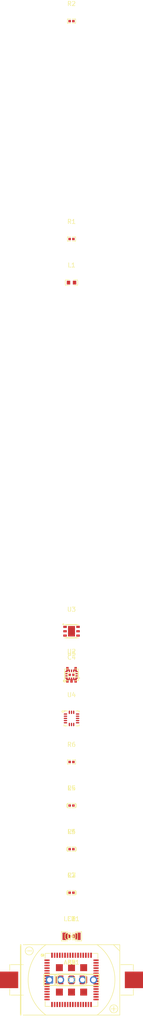
<source format=kicad_pcb>
(kicad_pcb (version 20241229) (generator "atopile") (generator_version "0.12.4")
  (layers (0 "F.Cu" signal) (31 "B.Cu" signal) (34 "B.Paste" user) (35 "F.Paste" user) (36 "B.SilkS" user "B.Silkscreen") (37 "F.SilkS" user "F.Silkscreen") (38 "B.Mask" user) (39 "F.Mask" user) (44 "Edge.Cuts" user))
  (net 0 "")
  (net 1 "PC13")
  (net 2 "PA2_UART2_TX")
  (net 3 "PA3_UART2_RX")
  (net 4 "PC0")
  (net 7 "VLXSMPS")
  (net 8 "PC6")
  (net 9 "PC4")
  (net 11 "PB7_UART1_RX")
  (net 18 "PA4")
  (net 19 "PA5")
  (net 20 "PB9")
  (net 22 "PB15")
  (net 26 "PC1")
  (net 30 "PC5")
  (net 31 "VREFpos")
  (net 32 "VFBSMPS")
  (net 39 "PC3")
  (net 6 "PB1")
  (net 41 "PA10")
  (net 43 "PA7")
  (net 44 "PB13")
  (net 45 "PB10")
  (net 47 "PA6")
  (net 48 "footprint-net-3")
  (net 50 "footprint-net-2")
  (net 51 "PB14")
  (net 52 "VDDMPS")
  (net 53 "PB12")
  (net 56 "PA8")
  (net 58 "PC2")
  (net 59 "PA11")
  (net 60 "PA9")
  (net 61 "PB11")
  (net 62 "BOOT0")
  (net 65 "PA12")
  (net 116 "footprint-net-0")
  (net 15 "Dummy")
  (net 16 "Feed")
  (net 17 "RF_OUT")
  (net 21 "ADDR")
  (net 13 "swclk")
  (net 25 "swdio")
  (net 27 "nrst")
  (net 23 "footprint-net-1")
  (net 28 "A")
  (net 29 "CS_AUX")
  (net 33 "i2c_sda")
  (net 34 "c1-vcc")
  (net 35 "DRDY_INT")
  (net 36 "ADC2")
  (net 37 "EP")
  (net 38 "adc_ntc")
  (net 40 "c5-vcc")
  (net 42 "SCX")
  (net 46 "footprint-net-4")
  (net 49 "SDO_SUX")
  (net 54 "ADC3")
  (net 55 "footprint-CS-0")
  (net 57 "footprint-INT2-0")
  (net 63 "footprint-SDO_SA0-1")
  (net 64 "ADC1")
  (net 67 "SDX")
  (net 68 "i2c_scl")
  (net 69 "vcc_mcu")
  (net 70 "led_status")
  (net 71 "RES")
  (net 72 "INT1")
  (net 73 "footprint-SDO_SA0-0")
  (net 74 "activation")
  (net 75 "vbat")
  (net 76 "gnd")
  (net 77 "footprint-net-5")
  (net 78 "footprint-INT2-1")
  (net 79 "footprint-CS-1")
  (footprint "RAKwireless_RAK3172_SIP_8_SM_NI:LGA-73_L12.0-W12.0-P0.60-TL" (layer "F.Cu") (at 0 0 0)
    (property "Reference" "U1" (at 0 -9.65 0) (layer "F.SilkS") (hide no))
    (property "Value" "")
    (fp_text user "${REFERENCE}" (at 0 -9.65 0) (layer "F.SilkS"))
    (pad "1" smd rect (at -5.65 -4.5 0) (size 1.17 0.37) (layers "F.Cu" "F.Paste" "F.Mask") (net 25 "swdio"))
    (pad "2" smd rect (at -5.65 -3.9 0) (size 1.17 0.37) (layers "F.Cu" "F.Paste" "F.Mask") (net 13 "swclk"))
    (pad "3" smd rect (at -5.65 -3.3 0) (size 1.17 0.37) (layers "F.Cu" "F.Paste" "F.Mask") (net 69 "vcc_mcu"))
    (pad "4" smd rect (at -5.65 -2.7 0) (size 1.17 0.37) (layers "F.Cu" "F.Paste" "F.Mask") (net 75 "vbat"))
    (pad "5" smd rect (at -5.65 -2.1 0) (size 1.17 0.37) (layers "F.Cu" "F.Paste" "F.Mask") (net 1 "PC13"))
    (pad "6" smd rect (at -5.65 -1.5 0) (size 1.17 0.37) (layers "F.Cu" "F.Paste" "F.Mask") (net 31 "VREFpos"))
    (pad "7" smd rect (at -5.65 -0.9 0) (size 1.17 0.37) (layers "F.Cu" "F.Paste" "F.Mask") (net 69 "vcc_mcu"))
    (pad "8" smd rect (at -5.65 -0.3 0) (size 1.17 0.37) (layers "F.Cu" "F.Paste" "F.Mask") (net 68 "i2c_scl"))
    (pad "9" smd rect (at -5.65 0.3 0) (size 1.17 0.37) (layers "F.Cu" "F.Paste" "F.Mask") (net 22 "PB15"))
    (pad "10" smd rect (at -5.65 0.9 0) (size 1.17 0.37) (layers "F.Cu" "F.Paste" "F.Mask") (net 32 "VFBSMPS"))
    (pad "11" smd rect (at -5.65 1.5 0) (size 1.17 0.37) (layers "F.Cu" "F.Paste" "F.Mask") (net 52 "VDDMPS"))
    (pad "12" smd rect (at -5.65 2.1 0) (size 1.17 0.37) (layers "F.Cu" "F.Paste" "F.Mask") (net 76 "gnd"))
    (pad "13" smd rect (at -5.65 2.7 0) (size 1.17 0.37) (layers "F.Cu" "F.Paste" "F.Mask") (net 7 "VLXSMPS"))
    (pad "14" smd rect (at -5.65 3.3 0) (size 1.17 0.37) (layers "F.Cu" "F.Paste" "F.Mask") (net 78 "footprint-INT2-1"))
    (pad "15" smd rect (at -5.65 3.9 0) (size 1.17 0.37) (layers "F.Cu" "F.Paste" "F.Mask") (net 72 "INT1"))
    (pad "16" smd rect (at -5.65 4.5 0) (size 1.17 0.37) (layers "F.Cu" "F.Paste" "F.Mask") (net 70 "led_status"))
    (pad "17" smd rect (at -4.5 5.65 0) (size 0.37 1.17) (layers "F.Cu" "F.Paste" "F.Mask") (net 33 "i2c_sda"))
    (pad "18" smd rect (at -3.9 5.65 0) (size 0.37 1.17) (layers "F.Cu" "F.Paste" "F.Mask") (net 11 "PB7_UART1_RX"))
    (pad "19" smd rect (at -3.3 5.65 0) (size 0.37 1.17) (layers "F.Cu" "F.Paste" "F.Mask") (net 35 "DRDY_INT"))
    (pad "20" smd rect (at -2.7 5.65 0) (size 0.37 1.17) (layers "F.Cu" "F.Paste" "F.Mask") (net 20 "PB9"))
    (pad "21" smd rect (at -2.1 5.65 0) (size 0.37 1.17) (layers "F.Cu" "F.Paste" "F.Mask") (net 4 "PC0"))
    (pad "22" smd rect (at -1.5 5.65 0) (size 0.37 1.17) (layers "F.Cu" "F.Paste" "F.Mask") (net 26 "PC1"))
    (pad "23" smd rect (at -0.9 5.65 0) (size 0.37 1.17) (layers "F.Cu" "F.Paste" "F.Mask") (net 58 "PC2"))
    (pad "24" smd rect (at -0.3 5.65 0) (size 0.37 1.17) (layers "F.Cu" "F.Paste" "F.Mask") (net 39 "PC3"))
    (pad "25" smd rect (at 0.3 5.65 0) (size 0.37 1.17) (layers "F.Cu" "F.Paste" "F.Mask") (net 9 "PC4"))
    (pad "26" smd rect (at 0.9 5.65 0) (size 0.37 1.17) (layers "F.Cu" "F.Paste" "F.Mask") (net 30 "PC5"))
    (pad "27" smd rect (at 1.5 5.65 0) (size 0.37 1.17) (layers "F.Cu" "F.Paste" "F.Mask") (net 8 "PC6"))
    (pad "28" smd rect (at 2.1 5.65 0) (size 0.37 1.17) (layers "F.Cu" "F.Paste" "F.Mask") (net 76 "gnd"))
    (pad "29" smd rect (at 2.7 5.65 0) (size 0.37 1.17) (layers "F.Cu" "F.Paste" "F.Mask") (net 2 "PA2_UART2_TX"))
    (pad "30" smd rect (at 3.3 5.65 0) (size 0.37 1.17) (layers "F.Cu" "F.Paste" "F.Mask") (net 3 "PA3_UART2_RX"))
    (pad "31" smd rect (at 3.9 5.65 0) (size 0.37 1.17) (layers "F.Cu" "F.Paste" "F.Mask") (net 18 "PA4"))
    (pad "32" smd rect (at 4.5 5.65 0) (size 0.37 1.17) (layers "F.Cu" "F.Paste" "F.Mask") (net 19 "PA5"))
    (pad "33" smd rect (at 5.65 4.5 0) (size 1.17 0.37) (layers "F.Cu" "F.Paste" "F.Mask") (net 47 "PA6"))
    (pad "34" smd rect (at 5.65 3.9 0) (size 1.17 0.37) (layers "F.Cu" "F.Paste" "F.Mask") (net 43 "PA7"))
    (pad "35" smd rect (at 5.65 3.3 0) (size 1.17 0.37) (layers "F.Cu" "F.Paste" "F.Mask") (net 76 "gnd"))
    (pad "36" smd rect (at 5.65 2.7 0) (size 1.17 0.37) (layers "F.Cu" "F.Paste" "F.Mask") (net 76 "gnd"))
    (pad "37" smd rect (at 5.65 2.1 0) (size 1.17 0.37) (layers "F.Cu" "F.Paste" "F.Mask") (net 17 "RF_OUT"))
    (pad "38" smd rect (at 5.65 1.5 0) (size 1.17 0.37) (layers "F.Cu" "F.Paste" "F.Mask") (net 76 "gnd"))
    (pad "39" smd rect (at 5.65 0.9 0) (size 1.17 0.37) (layers "F.Cu" "F.Paste" "F.Mask") (net 76 "gnd"))
    (pad "40" smd rect (at 5.65 0.3 0) (size 1.17 0.37) (layers "F.Cu" "F.Paste" "F.Mask") (net 50 "footprint-net-2"))
    (pad "41" smd rect (at 5.65 -0.3 0) (size 1.17 0.37) (layers "F.Cu" "F.Paste" "F.Mask") (net 48 "footprint-net-3"))
    (pad "42" smd rect (at 5.65 -0.9 0) (size 1.17 0.37) (layers "F.Cu" "F.Paste" "F.Mask") (net 74 "activation"))
    (pad "43" smd rect (at 5.65 -1.5 0) (size 1.17 0.37) (layers "F.Cu" "F.Paste" "F.Mask") (net 62 "BOOT0"))
    (pad "44" smd rect (at 5.65 -2.1 0) (size 1.17 0.37) (layers "F.Cu" "F.Paste" "F.Mask") (net 27 "nrst"))
    (pad "45" smd rect (at 5.65 -2.7 0) (size 1.17 0.37) (layers "F.Cu" "F.Paste" "F.Mask") (net 38 "adc_ntc"))
    (pad "46" smd rect (at 5.65 -3.3 0) (size 1.17 0.37) (layers "F.Cu" "F.Paste" "F.Mask") (net 76 "gnd"))
    (pad "47" smd rect (at 5.65 -3.9 0) (size 1.17 0.37) (layers "F.Cu" "F.Paste" "F.Mask") (net 76 "gnd"))
    (pad "48" smd rect (at 5.65 -4.5 0) (size 1.17 0.37) (layers "F.Cu" "F.Paste" "F.Mask") (net 61 "PB11"))
    (pad "49" smd rect (at 4.5 -5.65 0) (size 0.37 1.17) (layers "F.Cu" "F.Paste" "F.Mask") (net 45 "PB10"))
    (pad "50" smd rect (at 3.9 -5.65 0) (size 0.37 1.17) (layers "F.Cu" "F.Paste" "F.Mask") (net 60 "PA9"))
    (pad "51" smd rect (at 3.3 -5.65 0) (size 0.37 1.17) (layers "F.Cu" "F.Paste" "F.Mask") (net 56 "PA8"))
    (pad "52" smd rect (at 2.7 -5.65 0) (size 0.37 1.17) (layers "F.Cu" "F.Paste" "F.Mask") (net 76 "gnd"))
    (pad "53" smd rect (at 2.1 -5.65 0) (size 0.37 1.17) (layers "F.Cu" "F.Paste" "F.Mask") (net 69 "vcc_mcu"))
    (pad "54" smd rect (at 1.5 -5.65 0) (size 0.37 1.17) (layers "F.Cu" "F.Paste" "F.Mask") (net 69 "vcc_mcu"))
    (pad "55" smd rect (at 0.9 -5.65 0) (size 0.37 1.17) (layers "F.Cu" "F.Paste" "F.Mask") (net 69 "vcc_mcu"))
    (pad "56" smd rect (at 0.3 -5.65 0) (size 0.37 1.17) (layers "F.Cu" "F.Paste" "F.Mask") (net 76 "gnd"))
    (pad "57" smd rect (at -0.3 -5.65 0) (size 0.37 1.17) (layers "F.Cu" "F.Paste" "F.Mask") (net 6 "PB1"))
    (pad "58" smd rect (at -0.9 -5.65 0) (size 0.37 1.17) (layers "F.Cu" "F.Paste" "F.Mask") (net 57 "footprint-INT2-0"))
    (pad "59" smd rect (at -1.5 -5.65 0) (size 0.37 1.17) (layers "F.Cu" "F.Paste" "F.Mask") (net 53 "PB12"))
    (pad "60" smd rect (at -2.1 -5.65 0) (size 0.37 1.17) (layers "F.Cu" "F.Paste" "F.Mask") (net 44 "PB13"))
    (pad "61" smd rect (at -2.7 -5.65 0) (size 0.37 1.17) (layers "F.Cu" "F.Paste" "F.Mask") (net 51 "PB14"))
    (pad "62" smd rect (at -3.3 -5.65 0) (size 0.37 1.17) (layers "F.Cu" "F.Paste" "F.Mask") (net 41 "PA10"))
    (pad "63" smd rect (at -3.9 -5.65 0) (size 0.37 1.17) (layers "F.Cu" "F.Paste" "F.Mask") (net 59 "PA11"))
    (pad "64" smd rect (at -4.5 -5.65 0) (size 0.37 1.17) (layers "F.Cu" "F.Paste" "F.Mask") (net 65 "PA12"))
    (pad "65" smd rect (at -2.8 -2.8 0) (size 1.6 1.6) (layers "F.Cu" "F.Paste" "F.Mask") (net 76 "gnd"))
    (pad "66" smd rect (at 0 -2.8 0) (size 1.6 1.6) (layers "F.Cu" "F.Paste" "F.Mask") (net 76 "gnd"))
    (pad "67" smd rect (at 2.8 -2.8 0) (size 1.6 1.6) (layers "F.Cu" "F.Paste" "F.Mask") (net 76 "gnd"))
    (pad "68" smd rect (at -2.8 0 0) (size 1.6 1.6) (layers "F.Cu" "F.Paste" "F.Mask") (net 76 "gnd"))
    (pad "69" smd rect (at 0 0 0) (size 1.6 1.6) (layers "F.Cu" "F.Paste" "F.Mask") (net 76 "gnd"))
    (pad "70" smd rect (at 2.8 0 0) (size 1.6 1.6) (layers "F.Cu" "F.Paste" "F.Mask") (net 76 "gnd"))
    (pad "71" smd rect (at -2.8 2.8 0) (size 1.6 1.6) (layers "F.Cu" "F.Paste" "F.Mask") (net 76 "gnd"))
    (pad "72" smd rect (at 0 2.8 0) (size 1.6 1.6) (layers "F.Cu" "F.Paste" "F.Mask") (net 76 "gnd"))
    (pad "73" smd rect (at 2.8 2.8 0) (size 1.6 1.6) (layers "F.Cu" "F.Paste" "F.Mask") (net 76 "gnd"))
  )
  (footprint "Murata_Electronics_GRM155R61A475KEAAD:C0402" (layer "F.Cu") (at 0 0 0)
    (property "Reference" "C3" (at 0 -4 0) (layer "F.SilkS") (hide no))
    (property "Value" "4.7µF ±10% 10V X5R")
    (fp_text user "${REFERENCE}" (at 0 -4 0) (layer "F.SilkS"))
    (pad "2" smd rect (at 0.42 0 0) (size 0.5 0.54) (layers "F.Cu" "F.Paste" "F.Mask") (net 76 "gnd"))
    (pad "1" smd rect (at -0.42 0 0) (size 0.5 0.54) (layers "F.Cu" "F.Paste" "F.Mask") (net 34 "c1-vcc"))
  )
  (footprint "YAGEO_CC0402KRX7R9BB104:C0402" (layer "F.Cu") (at 0 -70 0)
    (property "Reference" "C4" (at 0 -4 0) (layer "F.SilkS") (hide no))
    (property "Value" "100nF ±10% 50V X7R")
    (fp_text user "${REFERENCE}" (at 0 -4 0) (layer "F.SilkS"))
    (pad "2" smd rect (at 0.42 0 0) (size 0.5 0.54) (layers "F.Cu" "F.Paste" "F.Mask") (net 76 "gnd"))
    (pad "1" smd rect (at -0.42 0 0) (size 0.5 0.54) (layers "F.Cu" "F.Paste" "F.Mask") (net 34 "c1-vcc"))
  )
  (footprint "Murata_Electronics_LQM18FN100M00D:L0603" (layer "F.Cu") (at 0 -160 0)
    (property "Reference" "L1" (at 0 -4 0) (layer "F.SilkS") (hide no))
    (property "Value" "10µH ±20% 30MHz 50mA 1.17Ω")
    (fp_text user "${REFERENCE}" (at 0 -4 0) (layer "F.SilkS"))
    (pad "1" smd rect (at -0.7 0 180) (size 0.8 0.86) (layers "F.Cu" "F.Paste" "F.Mask") (net 116 "footprint-net-0"))
    (pad "2" smd rect (at 0.7 0 180) (size 0.8 0.86) (layers "F.Cu" "F.Paste" "F.Mask") (net 23 "footprint-net-1"))
  )
  (footprint "YAGEO_RC0402FR_0710KL:R0402" (layer "F.Cu") (at 0 -170 0)
    (property "Reference" "R1" (at 0 -4 0) (layer "F.SilkS") (hide no))
    (property "Value" "10kΩ ±1% 62.5mW")
    (fp_text user "${REFERENCE}" (at 0 -4 0) (layer "F.SilkS"))
    (pad "2" smd rect (at 0.43 0 0) (size 0.57 0.54) (layers "F.Cu" "F.Paste" "F.Mask") (net 38 "adc_ntc"))
    (pad "1" smd rect (at -0.43 0 0) (size 0.57 0.54) (layers "F.Cu" "F.Paste" "F.Mask") (net 34 "c1-vcc"))
  )
  (footprint "Murata_Electronics_NCP15XH103F03RC:R0402" (layer "F.Cu") (at 0 -220 0)
    (property "Reference" "R2" (at 0 -4 0) (layer "F.SilkS") (hide no))
    (property "Value" "")
    (fp_text user "${REFERENCE}" (at 0 -4 0) (layer "F.SilkS"))
    (pad "2" smd rect (at 0.43 0 0) (size 0.57 0.54) (layers "F.Cu" "F.Paste" "F.Mask") (net 76 "gnd"))
    (pad "1" smd rect (at -0.43 0 0) (size 0.57 0.54) (layers "F.Cu" "F.Paste" "F.Mask") (net 38 "adc_ntc"))
  )
  (footprint "Q_J_CR2032_BS_6_1:BAT-TH_CR2032-BS-6-1" (layer "F.Cu") (at 0 0 0)
    (property "Reference" "B1" (at 0 -4 0) (layer "F.SilkS") (hide no))
    (property "Value" "")
    (fp_text user "${REFERENCE}" (at 0 -4 0) (layer "F.SilkS"))
    (pad "1" smd rect (at 14.39 0 0) (size 4.2 3.8) (layers "F.Cu" "F.Paste" "F.Mask") (net 75 "vbat"))
    (pad "2" smd rect (at -14.39 0 0) (size 4.2 3.8) (layers "F.Cu" "F.Paste" "F.Mask") (net 76 "gnd"))
  )
  (footprint "Everlight_Elec_19_217_GHC_YR1S2_3T:LED0603-RD" (layer "F.Cu") (at 0 -10 0)
    (property "Reference" "LED1" (at 0 -4 0) (layer "F.SilkS") (hide no))
    (property "Value" "")
    (fp_text user "${REFERENCE}" (at 0 -4 0) (layer "F.SilkS"))
    (pad "2" smd rect (at 0.75 0 90) (size 0.8 0.8) (layers "F.Cu" "F.Paste" "F.Mask") (net 28 "A"))
    (pad "1" smd rect (at -0.75 0 90) (size 0.8 0.8) (layers "F.Cu" "F.Paste" "F.Mask") (net 76 "gnd"))
  )
  (footprint "Murata_Electronics_BLM15PD121SN1D:L0402" (layer "F.Cu") (at 0 -20 0)
    (property "Reference" "L2" (at 0 -4 0) (layer "F.SilkS") (hide no))
    (property "Value" "")
    (fp_text user "${REFERENCE}" (at 0 -4 0) (layer "F.SilkS"))
    (pad "2" smd rect (at 0.42 0 0) (size 0.54 0.54) (layers "F.Cu" "F.Paste" "F.Mask") (net 34 "c1-vcc"))
    (pad "1" smd rect (at -0.42 0 0) (size 0.54 0.54) (layers "F.Cu" "F.Paste" "F.Mask") (net 75 "vbat"))
  )
  (footprint "Murata_Electronics_BLM15PD121SN1D:L0402" (layer "F.Cu") (at 0 -30 0)
    (property "Reference" "L3" (at 0 -4 0) (layer "F.SilkS") (hide no))
    (property "Value" "")
    (fp_text user "${REFERENCE}" (at 0 -4 0) (layer "F.SilkS"))
    (pad "2" smd rect (at 0.42 0 0) (size 0.54 0.54) (layers "F.Cu" "F.Paste" "F.Mask") (net 69 "vcc_mcu"))
    (pad "1" smd rect (at -0.42 0 0) (size 0.54 0.54) (layers "F.Cu" "F.Paste" "F.Mask") (net 34 "c1-vcc"))
  )
  (footprint "Murata_Electronics_BLM15PD121SN1D:L0402" (layer "F.Cu") (at 0 -40 0)
    (property "Reference" "L4" (at 0 -4 0) (layer "F.SilkS") (hide no))
    (property "Value" "")
    (fp_text user "${REFERENCE}" (at 0 -4 0) (layer "F.SilkS"))
    (pad "2" smd rect (at 0.42 0 0) (size 0.54 0.54) (layers "F.Cu" "F.Paste" "F.Mask") (net 40 "c5-vcc"))
    (pad "1" smd rect (at -0.42 0 0) (size 0.54 0.54) (layers "F.Cu" "F.Paste" "F.Mask") (net 34 "c1-vcc"))
  )
  (footprint "FMD_FT24C02A_KLR_T:SOT-23-5_L2.9-W1.5-P0.95-LS2.8-BL" (layer "F.Cu") (at 0 -70 0)
    (property "Reference" "U2" (at 0 -5.35 0) (layer "F.SilkS") (hide no))
    (property "Value" "")
    (fp_text user "${REFERENCE}" (at 0 -5.35 0) (layer "F.SilkS"))
    (pad "5" smd rect (at -0.95 -1.35 0) (size 0.55 0.9) (layers "F.Cu" "F.Paste" "F.Mask") (net 76 "gnd"))
    (pad "4" smd rect (at 0.95 -1.35 0) (size 0.55 0.9) (layers "F.Cu" "F.Paste" "F.Mask") (net 40 "c5-vcc"))
    (pad "3" smd rect (at 0.95 1.35 0) (size 0.55 0.9) (layers "F.Cu" "F.Paste" "F.Mask") (net 33 "i2c_sda"))
    (pad "2" smd rect (at 0 1.35 0) (size 0.55 0.9) (layers "F.Cu" "F.Paste" "F.Mask") (net 76 "gnd"))
    (pad "1" smd rect (at -0.95 1.35 0) (size 0.55 0.9) (layers "F.Cu" "F.Paste" "F.Mask") (net 68 "i2c_scl"))
  )
  (footprint "Texas_Instruments_HDC2080DMBR:WSON-6_L3.0-W3.0-P1.00-TL-EP" (layer "F.Cu") (at 0 -80 0)
    (property "Reference" "U3" (at 0 -5 0) (layer "F.SilkS") (hide no))
    (property "Value" "")
    (fp_text user "${REFERENCE}" (at 0 -5 0) (layer "F.SilkS"))
    (pad "1" smd rect (at -1.5 -1 90) (size 0.5 0.8) (layers "F.Cu" "F.Paste" "F.Mask") (net 33 "i2c_sda"))
    (pad "2" smd rect (at -1.5 0 90) (size 0.5 0.8) (layers "F.Cu" "F.Paste" "F.Mask") (net 76 "gnd"))
    (pad "3" smd rect (at -1.5 1 90) (size 0.5 0.8) (layers "F.Cu" "F.Paste" "F.Mask") (net 21 "ADDR"))
    (pad "4" smd rect (at 1.5 1 90) (size 0.5 0.8) (layers "F.Cu" "F.Paste" "F.Mask") (net 35 "DRDY_INT"))
    (pad "7" smd rect (at 0 0 90) (size 2.4 1.6) (layers "F.Cu" "F.Paste" "F.Mask") (net 37 "EP"))
    (pad "6" smd rect (at 1.5 -1 90) (size 0.5 0.8) (layers "F.Cu" "F.Paste" "F.Mask") (net 68 "i2c_scl"))
    (pad "5" smd rect (at 1.5 0 90) (size 0.5 0.8) (layers "F.Cu" "F.Paste" "F.Mask") (net 40 "c5-vcc"))
  )
  (footprint "KYOCERA_AVX_M620720:ANT-SMD_3P-L6.0-W2.0_M620720" (layer "F.Cu") (at 0 0 0)
    (property "Reference" "ANT1" (at 0 -4 0) (layer "F.SilkS") (hide no))
    (property "Value" "")
    (fp_text user "${REFERENCE}" (at 0 -4 0) (layer "F.SilkS"))
    (pad "3" smd rect (at 2.44 0 0) (size 1.1 2) (layers "F.Cu" "F.Paste" "F.Mask") (net 76 "gnd"))
    (pad "2" smd rect (at 0 0 0) (size 1.1 2) (layers "F.Cu" "F.Paste" "F.Mask") (net 15 "Dummy"))
    (pad "1" smd rect (at -2.44 0 0) (size 1.1 2) (layers "F.Cu" "F.Paste" "F.Mask") (net 16 "Feed"))
  )
  (footprint "Murata_Electronics_GJM1555C1H5R6BB01D:C0402" (layer "F.Cu") (at 0 -10 0)
    (property "Reference" "C1" (at 0 -4 0) (layer "F.SilkS") (hide no))
    (property "Value" "5.6pF 50V C0G")
    (fp_text user "${REFERENCE}" (at 0 -4 0) (layer "F.SilkS"))
    (pad "2" smd rect (at 0.42 0 0) (size 0.5 0.54) (layers "F.Cu" "F.Paste" "F.Mask") (net 76 "gnd"))
    (pad "1" smd rect (at -0.42 0 0) (size 0.5 0.54) (layers "F.Cu" "F.Paste" "F.Mask") (net 17 "RF_OUT"))
  )
  (footprint "Murata_Electronics_GJM1555C1H5R6BB01D:C0402" (layer "F.Cu") (at 0 -20 0)
    (property "Reference" "C2" (at 0 -4 0) (layer "F.SilkS") (hide no))
    (property "Value" "5.6pF 50V C0G")
    (fp_text user "${REFERENCE}" (at 0 -4 0) (layer "F.SilkS"))
    (pad "2" smd rect (at 0.42 0 0) (size 0.5 0.54) (layers "F.Cu" "F.Paste" "F.Mask") (net 76 "gnd"))
    (pad "1" smd rect (at -0.42 0 0) (size 0.5 0.54) (layers "F.Cu" "F.Paste" "F.Mask") (net 16 "Feed"))
  )
  (footprint "Murata_Electronics_LQG15HS4N3S02D:L0402" (layer "F.Cu") (at 0 -30 0)
    (property "Reference" "L5" (at 0 -4 0) (layer "F.SilkS") (hide no))
    (property "Value" "4.3nH 6GHz 750mA 140mΩ")
    (fp_text user "${REFERENCE}" (at 0 -4 0) (layer "F.SilkS"))
    (pad "2" smd rect (at 0.42 0 0) (size 0.54 0.54) (layers "F.Cu" "F.Paste" "F.Mask") (net 16 "Feed"))
    (pad "1" smd rect (at -0.42 0 0) (size 0.54 0.54) (layers "F.Cu" "F.Paste" "F.Mask") (net 17 "RF_OUT"))
  )
  (footprint "YAGEO_CC0402KRX7R9BB104:C0402" (layer "F.Cu") (at 0 0 0)
    (property "Reference" "C5" (at 0 -4 0) (layer "F.SilkS") (hide no))
    (property "Value" "100nF ±10% 50V X7R")
    (fp_text user "${REFERENCE}" (at 0 -4 0) (layer "F.SilkS"))
    (pad "2" smd rect (at 0.42 0 0) (size 0.5 0.54) (layers "F.Cu" "F.Paste" "F.Mask") (net 76 "gnd"))
    (pad "1" smd rect (at -0.42 0 0) (size 0.5 0.54) (layers "F.Cu" "F.Paste" "F.Mask") (net 69 "vcc_mcu"))
  )
  (footprint "Murata_Electronics_GRM155R61A475KEAAD:C0402" (layer "F.Cu") (at 0 -10 0)
    (property "Reference" "C6" (at 0 -4 0) (layer "F.SilkS") (hide no))
    (property "Value" "4.7µF ±10% 10V X5R")
    (fp_text user "${REFERENCE}" (at 0 -4 0) (layer "F.SilkS"))
    (pad "2" smd rect (at 0.42 0 0) (size 0.5 0.54) (layers "F.Cu" "F.Paste" "F.Mask") (net 76 "gnd"))
    (pad "1" smd rect (at -0.42 0 0) (size 0.5 0.54) (layers "F.Cu" "F.Paste" "F.Mask") (net 69 "vcc_mcu"))
  )
  (footprint "YAGEO_CC0402KRX7R9BB104:C0402" (layer "F.Cu") (at 0 -20 0)
    (property "Reference" "C7" (at 0 -4 0) (layer "F.SilkS") (hide no))
    (property "Value" "100nF ±10% 50V X7R")
    (fp_text user "${REFERENCE}" (at 0 -4 0) (layer "F.SilkS"))
    (pad "2" smd rect (at 0.42 0 0) (size 0.5 0.54) (layers "F.Cu" "F.Paste" "F.Mask") (net 76 "gnd"))
    (pad "1" smd rect (at -0.42 0 0) (size 0.5 0.54) (layers "F.Cu" "F.Paste" "F.Mask") (net 40 "c5-vcc"))
  )
  (footprint "Ckmtw_B_2100S05P_A110:HDR-TH_5P-P2.54-V-M" (layer "F.Cu") (at 0 0 0)
    (property "Reference" "H1" (at 0 -4 0) (layer "F.SilkS") (hide no))
    (property "Value" "")
    (fp_text user "${REFERENCE}" (at 0 -4 0) (layer "F.SilkS"))
    (pad "1" thru_hole rect (at -5.08 0 0) (size 1.7 1.7) (drill 1.1000231999999999) (layers "*.Cu" "*.Mask") (net 34 "c1-vcc"))
    (pad "2" thru_hole circle (at -2.54 0 0) (size 1.7 1.7) (drill 1.1000231999999999) (layers "*.Cu" "*.Mask") (net 25 "swdio"))
    (pad "3" thru_hole circle (at 0 0 0) (size 1.7 1.7) (drill 1.1000231999999999) (layers "*.Cu" "*.Mask") (net 13 "swclk"))
    (pad "4" thru_hole circle (at 2.54 0 0) (size 1.7 1.7) (drill 1.1000231999999999) (layers "*.Cu" "*.Mask") (net 27 "nrst"))
    (pad "5" thru_hole circle (at 5.08 0 0) (size 1.7 1.7) (drill 1.1000231999999999) (layers "*.Cu" "*.Mask") (net 76 "gnd"))
  )
  (footprint "YAGEO_CC0402KRX7R9BB104:C0402" (layer "F.Cu") (at 0 0 0)
    (property "Reference" "C8" (at 0 -4 0) (layer "F.SilkS") (hide no))
    (property "Value" "100nF ±10% 50V X7R")
    (fp_text user "${REFERENCE}" (at 0 -4 0) (layer "F.SilkS"))
    (pad "2" smd rect (at 0.42 0 0) (size 0.5 0.54) (layers "F.Cu" "F.Paste" "F.Mask") (net 76 "gnd"))
    (pad "1" smd rect (at -0.42 0 0) (size 0.5 0.54) (layers "F.Cu" "F.Paste" "F.Mask") (net 40 "c5-vcc"))
  )
  (footprint "RALEC_RTT06115JTP:R1206" (layer "F.Cu") (at 0 -10 0)
    (property "Reference" "C9" (at 0 -4 0) (layer "F.SilkS") (hide no))
    (property "Value" "")
    (fp_text user "${REFERENCE}" (at 0 -4 0) (layer "F.SilkS"))
    (pad "2" smd rect (at 1.48 0 0) (size 1.21 1.7) (layers "F.Cu" "F.Paste" "F.Mask") (net 76 "gnd"))
    (pad "1" smd rect (at -1.48 0 0) (size 1.21 1.7) (layers "F.Cu" "F.Paste" "F.Mask") (net 75 "vbat"))
  )
  (footprint "YAGEO_RC0402FR_0710KL:R0402" (layer "F.Cu") (at 0 -20 0)
    (property "Reference" "R3" (at 0 -4 0) (layer "F.SilkS") (hide no))
    (property "Value" "10kΩ ±1% 62.5mW")
    (fp_text user "${REFERENCE}" (at 0 -4 0) (layer "F.SilkS"))
    (pad "2" smd rect (at 0.43 0 0) (size 0.57 0.54) (layers "F.Cu" "F.Paste" "F.Mask") (net 74 "activation"))
    (pad "1" smd rect (at -0.43 0 0) (size 0.57 0.54) (layers "F.Cu" "F.Paste" "F.Mask") (net 34 "c1-vcc"))
  )
  (footprint "YAGEO_RC0402JR_071KL:R0402" (layer "F.Cu") (at 0 -30 0)
    (property "Reference" "R4" (at 0 -4 0) (layer "F.SilkS") (hide no))
    (property "Value" "1kΩ ±5% 62.5mW")
    (fp_text user "${REFERENCE}" (at 0 -4 0) (layer "F.SilkS"))
    (pad "2" smd rect (at 0.43 0 0) (size 0.57 0.54) (layers "F.Cu" "F.Paste" "F.Mask") (net 28 "A"))
    (pad "1" smd rect (at -0.43 0 0) (size 0.57 0.54) (layers "F.Cu" "F.Paste" "F.Mask") (net 70 "led_status"))
  )
  (footprint "YAGEO_RC0402JR_074K7L:R0402" (layer "F.Cu") (at 0 -40 0)
    (property "Reference" "R5" (at 0 -4 0) (layer "F.SilkS") (hide no))
    (property "Value" "4.7kΩ ±5% 62.5mW")
    (fp_text user "${REFERENCE}" (at 0 -4 0) (layer "F.SilkS"))
    (pad "2" smd rect (at 0.43 0 0) (size 0.57 0.54) (layers "F.Cu" "F.Paste" "F.Mask") (net 33 "i2c_sda"))
    (pad "1" smd rect (at -0.43 0 0) (size 0.57 0.54) (layers "F.Cu" "F.Paste" "F.Mask") (net 34 "c1-vcc"))
  )
  (footprint "YAGEO_RC0402JR_074K7L:R0402" (layer "F.Cu") (at 0 -50 0)
    (property "Reference" "R6" (at 0 -4 0) (layer "F.SilkS") (hide no))
    (property "Value" "4.7kΩ ±5% 62.5mW")
    (fp_text user "${REFERENCE}" (at 0 -4 0) (layer "F.SilkS"))
    (pad "2" smd rect (at 0.43 0 0) (size 0.57 0.54) (layers "F.Cu" "F.Paste" "F.Mask") (net 68 "i2c_scl"))
    (pad "1" smd rect (at -0.43 0 0) (size 0.57 0.54) (layers "F.Cu" "F.Paste" "F.Mask") (net 34 "c1-vcc"))
  )
  (footprint "STMicroelectronics_LIS3DHTR:LGA-16_L3.0-W3.0-P0.50-TL" (layer "F.Cu") (at 0 -60 0)
    (property "Reference" "U4" (at 0 -5.4 0) (layer "F.SilkS") (hide no))
    (property "Value" "")
    (fp_text user "${REFERENCE}" (at 0 -5.4 0) (layer "F.SilkS"))
    (pad "1" smd oval (at -1.4 -1 0) (size 0.8 0.28) (layers "F.Cu" "F.Paste" "F.Mask") (net 40 "c5-vcc"))
    (pad "2" smd oval (at -1.4 -0.5 0) (size 0.8 0.28) (layers "F.Cu" "F.Paste" "F.Mask") (net 46 "footprint-net-4"))
    (pad "3" smd oval (at -1.4 0 0) (size 0.8 0.28) (layers "F.Cu" "F.Paste" "F.Mask") (net 77 "footprint-net-5"))
    (pad "4" smd oval (at -1.4 0.5 0) (size 0.8 0.28) (layers "F.Cu" "F.Paste" "F.Mask") (net 68 "i2c_scl"))
    (pad "5" smd oval (at -1.4 1 0) (size 0.8 0.28) (layers "F.Cu" "F.Paste" "F.Mask") (net 76 "gnd"))
    (pad "6" smd oval (at -0.5 1.4 0) (size 0.28 0.8) (layers "F.Cu" "F.Paste" "F.Mask") (net 33 "i2c_sda"))
    (pad "7" smd oval (at 0 1.4 0) (size 0.28 0.8) (layers "F.Cu" "F.Paste" "F.Mask") (net 73 "footprint-SDO_SA0-0"))
    (pad "8" smd oval (at 0.5 1.4 0) (size 0.28 0.8) (layers "F.Cu" "F.Paste" "F.Mask") (net 55 "footprint-CS-0"))
    (pad "9" smd oval (at 1.4 1 0) (size 0.8 0.28) (layers "F.Cu" "F.Paste" "F.Mask") (net 78 "footprint-INT2-1"))
    (pad "10" smd oval (at 1.4 0.5 0) (size 0.8 0.28) (layers "F.Cu" "F.Paste" "F.Mask") (net 71 "RES"))
    (pad "11" smd oval (at 1.4 0 0) (size 0.8 0.28) (layers "F.Cu" "F.Paste" "F.Mask") (net 72 "INT1"))
    (pad "12" smd oval (at 1.4 -0.5 0) (size 0.8 0.28) (layers "F.Cu" "F.Paste" "F.Mask") (net 76 "gnd"))
    (pad "13" smd oval (at 1.4 -1 0) (size 0.8 0.28) (layers "F.Cu" "F.Paste" "F.Mask") (net 54 "ADC3"))
    (pad "14" smd oval (at 0.5 -1.4 0) (size 0.28 0.8) (layers "F.Cu" "F.Paste" "F.Mask") (net 40 "c5-vcc"))
    (pad "15" smd oval (at 0 -1.4 0) (size 0.28 0.8) (layers "F.Cu" "F.Paste" "F.Mask") (net 36 "ADC2"))
    (pad "16" smd oval (at -0.5 -1.4 0) (size 0.28 0.8) (layers "F.Cu" "F.Paste" "F.Mask") (net 64 "ADC1"))
  )
  (footprint "QST_QMI8658C:LGA-14_L3.0-W2.5-P0.50-BR" (layer "F.Cu") (at 0 -70 0)
    (property "Reference" "U5" (at 0 -4.92 0) (layer "F.SilkS") (hide no))
    (property "Value" "")
    (fp_text user "${REFERENCE}" (at 0 -4.92 0) (layer "F.SilkS"))
    (pad "1" smd rect (at 1.17 0.75 0) (size 0.6 0.27) (layers "F.Cu" "F.Paste" "F.Mask") (net 63 "footprint-SDO_SA0-1"))
    (pad "2" smd rect (at 1.17 0.25 0) (size 0.6 0.27) (layers "F.Cu" "F.Paste" "F.Mask") (net 67 "SDX"))
    (pad "3" smd rect (at 1.17 -0.25 0) (size 0.6 0.27) (layers "F.Cu" "F.Paste" "F.Mask") (net 42 "SCX"))
    (pad "4" smd rect (at 1.17 -0.75 0) (size 0.6 0.27) (layers "F.Cu" "F.Paste" "F.Mask") (net 76 "gnd"))
    (pad "5" smd rect (at 0.5 -0.92 0) (size 0.27 0.6) (layers "F.Cu" "F.Paste" "F.Mask") (net 40 "c5-vcc"))
    (pad "6" smd rect (at 0 -0.92 0) (size 0.27 0.6) (layers "F.Cu" "F.Paste" "F.Mask") (net 76 "gnd"))
    (pad "7" smd rect (at -0.5 -0.92 0) (size 0.27 0.6) (layers "F.Cu" "F.Paste" "F.Mask") (net 76 "gnd"))
    (pad "8" smd rect (at -1.17 -0.75 0) (size 0.6 0.27) (layers "F.Cu" "F.Paste" "F.Mask") (net 40 "c5-vcc"))
    (pad "9" smd rect (at -1.17 -0.25 0) (size 0.6 0.27) (layers "F.Cu" "F.Paste" "F.Mask") (net 57 "footprint-INT2-0"))
    (pad "10" smd rect (at -1.17 0.25 0) (size 0.6 0.27) (layers "F.Cu" "F.Paste" "F.Mask") (net 29 "CS_AUX"))
    (pad "11" smd rect (at -1.17 0.75 0) (size 0.6 0.27) (layers "F.Cu" "F.Paste" "F.Mask") (net 49 "SDO_SUX"))
    (pad "12" smd rect (at -0.5 0.92 0) (size 0.27 0.6) (layers "F.Cu" "F.Paste" "F.Mask") (net 79 "footprint-CS-1"))
    (pad "13" smd rect (at 0 0.92 0) (size 0.27 0.6) (layers "F.Cu" "F.Paste" "F.Mask") (net 68 "i2c_scl"))
    (pad "14" smd rect (at 0.5 0.92 0) (size 0.27 0.6) (layers "F.Cu" "F.Paste" "F.Mask") (net 33 "i2c_sda"))
  )
)
</source>
